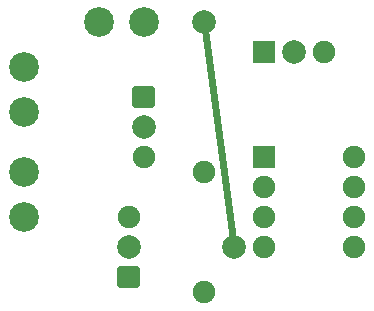
<source format=gbr>
G04 MADE WITH FRITZING*
G04 WWW.FRITZING.ORG*
G04 DOUBLE SIDED*
G04 HOLES PLATED*
G04 CONTOUR ON CENTER OF CONTOUR VECTOR*
%ASAXBY*%
%FSLAX23Y23*%
%MOIN*%
%OFA0B0*%
%SFA1.0B1.0*%
%ADD10C,0.075000*%
%ADD11C,0.099055*%
%ADD12C,0.078740*%
%ADD13R,0.075000X0.075000*%
%ADD14C,0.024000*%
%ADD15C,0.020000*%
%LNCOPPER1*%
G90*
G70*
G54D10*
X1149Y872D03*
X1349Y872D03*
X749Y722D03*
X749Y522D03*
X1149Y522D03*
X1449Y522D03*
X1149Y422D03*
X1449Y422D03*
X1149Y322D03*
X1449Y322D03*
X1149Y222D03*
X1449Y222D03*
X949Y472D03*
X949Y72D03*
G54D11*
X749Y972D03*
X599Y972D03*
X349Y322D03*
X349Y472D03*
X349Y672D03*
X349Y822D03*
G54D10*
X699Y122D03*
X699Y322D03*
G54D12*
X699Y222D03*
X949Y972D03*
X749Y622D03*
X1049Y222D03*
X1249Y872D03*
G54D13*
X1149Y872D03*
X1149Y522D03*
G54D14*
X952Y946D02*
X1045Y249D01*
G54D15*
X776Y695D02*
X721Y695D01*
X721Y750D01*
X776Y750D01*
X776Y695D01*
D02*
X671Y150D02*
X726Y150D01*
X726Y95D01*
X671Y95D01*
X671Y150D01*
D02*
G04 End of Copper1*
M02*
</source>
